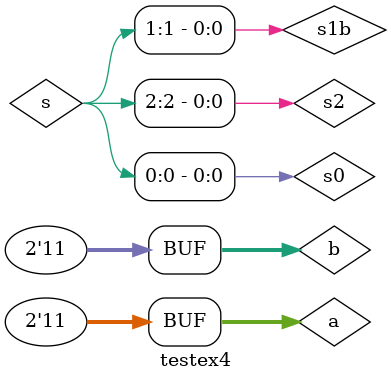
<source format=v>


module meiasoma (a,b,s,carry);
 input   a, b;
 output s,carry;
 wire  Ncarry,carry,s,s0,s1,s2,Nand4,Nand5,nota,notb, snotaANDb, saANDnotb;
 nand NAND2 (nota, a, a); // Negar A.
 nand NAND3 (notb, b, b); // Negar B.
 nand NAND4 (saANDnotb, a, notb); // nand A & ~B
 nand NAND5 (snotaANDb, nota, b);  // nand ~A & B
 nand NAND6 (Nand4, saANDnotb, saANDnotb);  // negar
 nand NAND7 (Nand5, snotaANDb, snotaANDb);  //negar
 nand NAND8 (s2, Nand4, Nand5);      // nand portas 6 e 7.
 nand NAND9 (s1, Nand4, s2);         // nand porta 6 e 8.
 nand NAND10(s0, Nand5, s2);         // nand porta 7 e 8.
 nand NAND11(s, s0, s1);             // nand portas 9 e 10.
 nand NAND0 (Ncarry, a, b);  // ~ CarryOut.
 nand NAND1 (carry, Ncarry, Ncarry);  // CarryOut.
endmodule  // fim modulo principal

module somacompleta(a,b,cin,s,carry);
output s,carry;
input a,b,cin;
wire s0,c1,c2, nand1,nand2;
meiasoma HA (cin,a,s0,c1);
meiasoma HA2 (s0,b,s,c2);
nand NAND1 (nand1,c2);
nand NAND2 (nand2, c1, nand1);
nand NAND3 (carry, nand1, nand2);
endmodule
    
module testex4;
reg [1:0]a;
reg [1:0]b;
wire[2:0]s;
wire s0,s1,s1b,s2;
meiasoma HA (a[0],b[0],s0,s1);
somacompleta FA (a[1],b[1],s1,s1b,s2);
assign s[0] = s0;
assign s[1] = s1b;
assign s[2] = s2;
initial begin
      $display("Exercicio 04 - Lucas Teixeira Santos - 415383");
      $display("Soma Completa 2 Bits usando portas NAND.");
      $display("AA  +  BB  =  CCC");
a = 2'b00;
b = 2'b00;
   #1	 $monitor("%b  +  %b  =  %b", a, b, s);
   #1  b=b+1;
   #1  b=b+1;
	#1  b=b+1;
	#1  a=a+1; b=0;
	#1  b=b+1;
   #1  b=b+1;
   #1  b=b+1;
	#1  a=a+1; b=0;	
	#1  b=b+1;
   #1  b=b+1;
   #1  b=b+1;
	#1  a=a+1; b=0;
	#1  b=b+1;
   #1  b=b+1;
   #1  b=b+1;
 end

endmodule 
/* test
    Soma Completa 2 Bits usando portas NAND.
    AA  +  BB  =  CCC
    00  +  00  =  000
    00  +  01  =  001
    00  +  10  =  010
    00  +  11  =  011
    01  +  00  =  001
    01  +  01  =  010
    01  +  10  =  011
    01  +  11  =  100
    10  +  00  =  010
    10  +  01  =  011
    10  +  10  =  100
    10  +  11  =  101
    11  +  00  =  011
    11  +  01  =  100
    11  +  10  =  101
    11  +  11  =  110
    
/*
</source>
